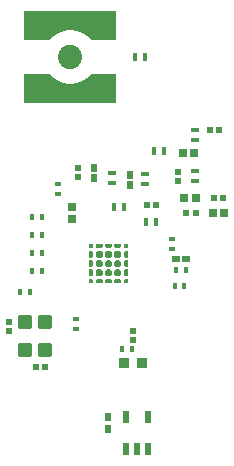
<source format=gtp>
G04*
G04 #@! TF.GenerationSoftware,Altium Limited,Altium Designer,24.10.1 (45)*
G04*
G04 Layer_Color=8421504*
%FSLAX44Y44*%
%MOMM*%
G71*
G04*
G04 #@! TF.SameCoordinates,45D0177C-C306-47A8-9F7C-5F692266BDBD*
G04*
G04*
G04 #@! TF.FilePolarity,Positive*
G04*
G01*
G75*
%ADD15C,1.5000*%
%ADD16C,2.0500*%
%ADD17R,0.3500X0.6500*%
%ADD18R,0.5600X0.5200*%
G04:AMPARAMS|DCode=19|XSize=0.93mm|YSize=0.93mm|CornerRadius=0.2325mm|HoleSize=0mm|Usage=FLASHONLY|Rotation=0.000|XOffset=0mm|YOffset=0mm|HoleType=Round|Shape=RoundedRectangle|*
%AMROUNDEDRECTD19*
21,1,0.9300,0.4650,0,0,0.0*
21,1,0.4650,0.9300,0,0,0.0*
1,1,0.4650,0.2325,-0.2325*
1,1,0.4650,-0.2325,-0.2325*
1,1,0.4650,-0.2325,0.2325*
1,1,0.4650,0.2325,0.2325*
%
%ADD19ROUNDEDRECTD19*%
%ADD20R,0.5080X0.9779*%
%ADD21R,0.5588X0.7112*%
%ADD22R,0.6000X0.5500*%
%ADD23R,0.6200X0.6600*%
%ADD24R,0.6500X0.3500*%
%ADD25R,0.5200X0.5600*%
%ADD26R,0.4000X0.5000*%
G04:AMPARAMS|DCode=27|XSize=1.11mm|YSize=1.21mm|CornerRadius=0.1388mm|HoleSize=0mm|Usage=FLASHONLY|Rotation=0.000|XOffset=0mm|YOffset=0mm|HoleType=Round|Shape=RoundedRectangle|*
%AMROUNDEDRECTD27*
21,1,1.1100,0.9325,0,0,0.0*
21,1,0.8325,1.2100,0,0,0.0*
1,1,0.2775,0.4162,-0.4662*
1,1,0.2775,-0.4162,-0.4662*
1,1,0.2775,-0.4162,0.4662*
1,1,0.2775,0.4162,0.4662*
%
%ADD27ROUNDEDRECTD27*%
%ADD28R,0.6500X0.6000*%
%ADD29R,0.7600X0.7200*%
%ADD30R,0.0254X0.0254*%
%ADD31R,0.7200X0.7600*%
%ADD32R,0.4725X0.5153*%
%ADD33R,0.5000X0.4000*%
G36*
X7120Y188320D02*
X-14003Y188320D01*
X-14003D01*
X-15115Y189586D01*
X-17604Y191856D01*
X-20400Y193734D01*
X-23442Y195180D01*
X-26664Y196161D01*
X-29996Y196658D01*
X-33364D01*
X-36696Y196161D01*
X-39918Y195180D01*
X-42960Y193734D01*
X-45756Y191856D01*
X-48245Y189586D01*
X-49357Y188320D01*
X-70480D01*
Y212720D01*
X7120D01*
Y188320D01*
D02*
G37*
G36*
Y135120D02*
X-70480D01*
Y159520D01*
X-49357Y159520D01*
X-48245Y158254D01*
X-45756Y155984D01*
X-42960Y154106D01*
X-39918Y152660D01*
X-36696Y151679D01*
X-33364Y151182D01*
X-29996D01*
X-26664Y151679D01*
X-23442Y152660D01*
X-20400Y154106D01*
X-17604Y155984D01*
X-15115Y158254D01*
X-14003Y159520D01*
X-14003Y159520D01*
X7120D01*
Y135120D01*
D02*
G37*
G36*
X17121Y11817D02*
X14845D01*
X13431Y13231D01*
Y15506D01*
X17121D01*
Y11817D01*
D02*
G37*
G36*
X11431Y13231D02*
X10017Y11817D01*
X6971D01*
X5557Y13231D01*
Y15506D01*
X11431D01*
Y13231D01*
D02*
G37*
G36*
X3557D02*
X2143Y11817D01*
X-903D01*
X-2317Y13231D01*
Y15506D01*
X3557D01*
Y13231D01*
D02*
G37*
G36*
X-4317D02*
X-5731Y11817D01*
X-8777D01*
X-10191Y13231D01*
Y15506D01*
X-4317D01*
Y13231D01*
D02*
G37*
G36*
X-12191D02*
X-13605Y11817D01*
X-15881D01*
Y15506D01*
X-12191D01*
Y13231D01*
D02*
G37*
G36*
X17121Y3943D02*
X14845D01*
X13431Y5357D01*
Y8402D01*
X14845Y9817D01*
X17121D01*
Y3943D01*
D02*
G37*
G36*
X11431Y8402D02*
Y5357D01*
X10017Y3943D01*
X6971D01*
X5557Y5357D01*
Y8402D01*
X6971Y9817D01*
X10017D01*
X11431Y8402D01*
D02*
G37*
G36*
X3557D02*
Y5357D01*
X2143Y3943D01*
X-903D01*
X-2317Y5357D01*
Y8402D01*
X-903Y9817D01*
X2143D01*
X3557Y8402D01*
D02*
G37*
G36*
X-4317D02*
Y5357D01*
X-5731Y3943D01*
X-8777D01*
X-10191Y5357D01*
Y8402D01*
X-8777Y9817D01*
X-5731D01*
X-4317Y8402D01*
D02*
G37*
G36*
X-12191D02*
Y5357D01*
X-13605Y3943D01*
X-15881D01*
Y9817D01*
X-13605D01*
X-12191Y8402D01*
D02*
G37*
G36*
X17121Y-3931D02*
X14845D01*
X13431Y-2517D01*
Y528D01*
X14845Y1943D01*
X17121D01*
Y-3931D01*
D02*
G37*
G36*
X11431Y528D02*
Y-2517D01*
X10017Y-3931D01*
X6971D01*
X5557Y-2517D01*
Y528D01*
X6971Y1943D01*
X10017D01*
X11431Y528D01*
D02*
G37*
G36*
X3557D02*
Y-2517D01*
X2143Y-3931D01*
X-903D01*
X-2317Y-2517D01*
Y528D01*
X-903Y1943D01*
X2143D01*
X3557Y528D01*
D02*
G37*
G36*
X-4317D02*
Y-2517D01*
X-5731Y-3931D01*
X-8777D01*
X-10191Y-2517D01*
Y528D01*
X-8777Y1943D01*
X-5731D01*
X-4317Y528D01*
D02*
G37*
G36*
X-12191D02*
Y-2517D01*
X-13605Y-3931D01*
X-15881D01*
Y1943D01*
X-13605D01*
X-12191Y528D01*
D02*
G37*
G36*
X17121Y-11805D02*
X14845D01*
X13431Y-10391D01*
Y-7346D01*
X14845Y-5931D01*
X17121D01*
Y-11805D01*
D02*
G37*
G36*
X11431Y-7346D02*
Y-10391D01*
X10017Y-11805D01*
X6971D01*
X5557Y-10391D01*
Y-7346D01*
X6971Y-5931D01*
X10017D01*
X11431Y-7346D01*
D02*
G37*
G36*
X3557D02*
Y-10391D01*
X2143Y-11805D01*
X-903D01*
X-2317Y-10391D01*
Y-7346D01*
X-903Y-5931D01*
X2143D01*
X3557Y-7346D01*
D02*
G37*
G36*
X-4317D02*
Y-10391D01*
X-5731Y-11805D01*
X-8777D01*
X-10191Y-10391D01*
Y-7346D01*
X-8777Y-5931D01*
X-5731D01*
X-4317Y-7346D01*
D02*
G37*
G36*
X-12191D02*
Y-10391D01*
X-13605Y-11805D01*
X-15881D01*
Y-5931D01*
X-13605D01*
X-12191Y-7346D01*
D02*
G37*
G36*
X17121Y-17495D02*
X13431D01*
Y-15220D01*
X14845Y-13805D01*
X17121D01*
Y-17495D01*
D02*
G37*
G36*
X11431Y-15220D02*
Y-17495D01*
X5557D01*
Y-15220D01*
X6971Y-13805D01*
X10017D01*
X11431Y-15220D01*
D02*
G37*
G36*
X3557D02*
Y-17495D01*
X-2317D01*
Y-15220D01*
X-903Y-13805D01*
X2143D01*
X3557Y-15220D01*
D02*
G37*
G36*
X-4317D02*
Y-17495D01*
X-10191D01*
Y-15220D01*
X-8777Y-13805D01*
X-5731D01*
X-4317Y-15220D01*
D02*
G37*
G36*
X-12191D02*
Y-17495D01*
X-15881D01*
Y-13805D01*
X-13605D01*
X-12191Y-15220D01*
D02*
G37*
D15*
X-5080Y200520D02*
D03*
Y147320D02*
D03*
D16*
X-31680Y173920D02*
D03*
D17*
X41080Y34290D02*
D03*
X32580D02*
D03*
X39370Y93980D02*
D03*
X47870D02*
D03*
X23250Y173990D02*
D03*
X31750D02*
D03*
X13970Y46990D02*
D03*
X5470D02*
D03*
D18*
X40730Y48260D02*
D03*
X32930D02*
D03*
X86270Y111760D02*
D03*
X94070D02*
D03*
X97880Y54610D02*
D03*
X90080D02*
D03*
X-53250Y-88900D02*
D03*
X-61050D02*
D03*
D19*
X29210Y-85090D02*
D03*
X14210D02*
D03*
D20*
X15290Y-130810D02*
D03*
X34290D02*
D03*
Y-158115D02*
D03*
X24790D02*
D03*
X15290D02*
D03*
D21*
X0Y-130683D02*
D03*
Y-141097D02*
D03*
D22*
X74430Y41910D02*
D03*
X65930D02*
D03*
D23*
X-11430Y79920D02*
D03*
Y71120D02*
D03*
X19050Y74250D02*
D03*
Y65450D02*
D03*
D24*
X73660Y103700D02*
D03*
Y112200D02*
D03*
X31750Y66362D02*
D03*
Y74862D02*
D03*
X3810Y66870D02*
D03*
Y75370D02*
D03*
X73660Y68580D02*
D03*
Y77080D02*
D03*
D25*
X59690Y76380D02*
D03*
Y68580D02*
D03*
X-25400Y72390D02*
D03*
Y80190D02*
D03*
X-83820Y-58420D02*
D03*
Y-50620D02*
D03*
D26*
X-63690Y38100D02*
D03*
X-55690D02*
D03*
X-73850Y-25400D02*
D03*
X-65850D02*
D03*
X12510Y-73660D02*
D03*
X20510D02*
D03*
X56960Y-20320D02*
D03*
X64960D02*
D03*
X-55690Y22860D02*
D03*
X-63690D02*
D03*
X-55690Y-7620D02*
D03*
X-63690D02*
D03*
X-55690Y7620D02*
D03*
X-63690D02*
D03*
X66040Y-6350D02*
D03*
X58040D02*
D03*
D27*
X-70340Y-73800D02*
D03*
Y-50800D02*
D03*
X-53340D02*
D03*
Y-73800D02*
D03*
D28*
X66040Y2540D02*
D03*
X57540D02*
D03*
D29*
X63500Y92710D02*
D03*
X73300D02*
D03*
X64770Y54610D02*
D03*
X74570D02*
D03*
X98880Y41910D02*
D03*
X89080D02*
D03*
D30*
X620Y-994D02*
D03*
D31*
X-30480Y46810D02*
D03*
Y37010D02*
D03*
D32*
X21590Y-66016D02*
D03*
Y-58444D02*
D03*
D33*
X-26670Y-56260D02*
D03*
Y-48260D02*
D03*
X-41910Y58230D02*
D03*
Y66230D02*
D03*
X54864Y11494D02*
D03*
Y19494D02*
D03*
M02*

</source>
